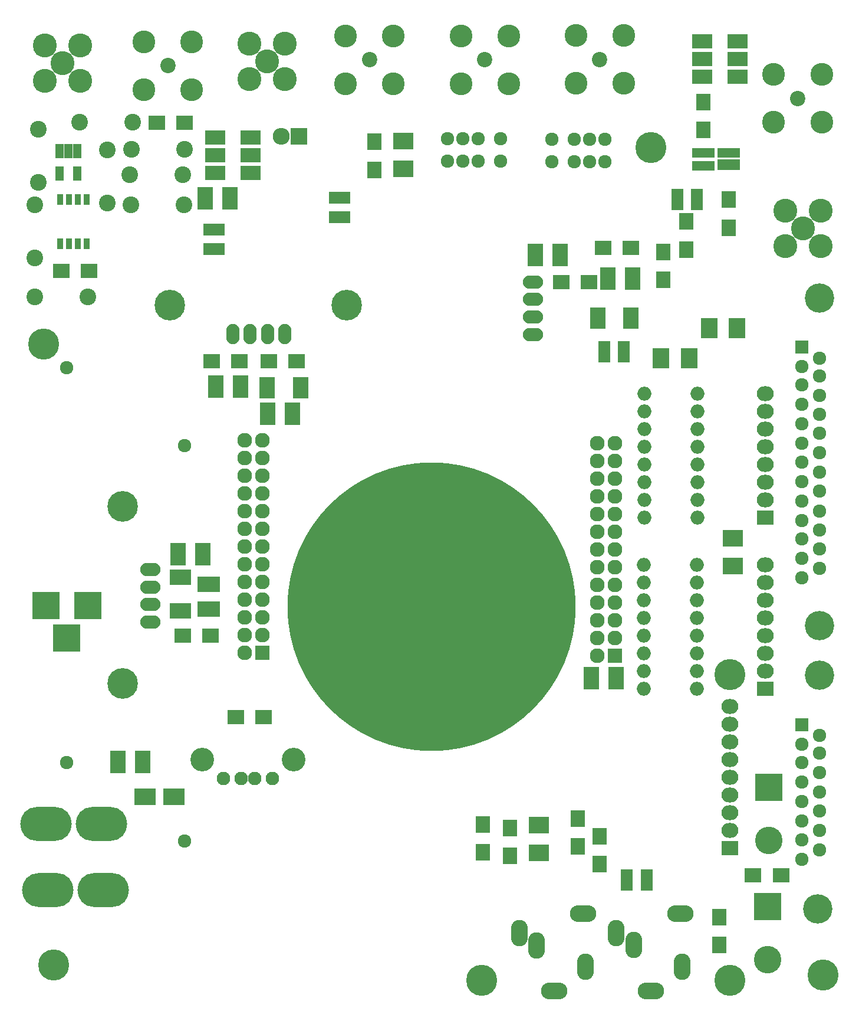
<source format=gbr>
G04 #@! TF.FileFunction,Soldermask,Top*
%FSLAX46Y46*%
G04 Gerber Fmt 4.6, Leading zero omitted, Abs format (unit mm)*
G04 Created by KiCad (PCBNEW 4.0.1-3.201512221401+6198~38~ubuntu15.10.1-stable) date Tue 04 Oct 2016 03:44:24 PM PDT*
%MOMM*%
G01*
G04 APERTURE LIST*
%ADD10C,0.100000*%
%ADD11R,2.400000X2.000000*%
%ADD12C,4.464000*%
%ADD13O,2.000000X2.000000*%
%ADD14R,2.127200X2.127200*%
%ADD15O,2.127200X2.127200*%
%ADD16R,2.900000X2.400000*%
%ADD17C,2.398980*%
%ADD18R,2.178000X3.194000*%
%ADD19O,2.899360X1.901140*%
%ADD20R,2.200860X3.100020*%
%ADD21R,2.100000X2.400000*%
%ADD22R,2.000000X2.400000*%
%ADD23C,1.924000*%
%ADD24R,2.400000X2.900000*%
%ADD25C,2.200000*%
%ADD26C,3.280000*%
%ADD27R,3.199080X1.598880*%
%ADD28R,3.199080X1.400760*%
%ADD29C,3.448000*%
%ADD30R,2.432000X2.432000*%
%ADD31O,2.432000X2.432000*%
%ADD32R,2.940000X2.050000*%
%ADD33C,4.400000*%
%ADD34O,7.400000X4.900000*%
%ADD35O,1.901140X2.899360*%
%ADD36R,3.194000X2.178000*%
%ADD37R,3.900120X3.900120*%
%ADD38R,3.051760X2.429460*%
%ADD39R,1.160000X2.050000*%
%ADD40R,0.908000X1.543000*%
%ADD41R,3.100020X2.200860*%
%ADD42C,3.940760*%
%ADD43R,3.940760X3.940760*%
%ADD44R,3.100000X1.800000*%
%ADD45R,1.800000X3.100000*%
%ADD46R,2.432000X2.127200*%
%ADD47O,2.432000X2.127200*%
%ADD48R,2.400000X2.100000*%
%ADD49C,4.210000*%
%ADD50R,1.924000X1.924000*%
%ADD51C,41.400000*%
%ADD52C,1.940000*%
%ADD53C,3.400000*%
%ADD54O,3.800000X2.400000*%
%ADD55O,2.400000X3.800000*%
G04 APERTURE END LIST*
D10*
D11*
X81185000Y-127665000D03*
X77185000Y-127665000D03*
D12*
X136815000Y-45990000D03*
X49585000Y-74180000D03*
X50980000Y-163240000D03*
X161520000Y-164635000D03*
X112460000Y-165405000D03*
X148150000Y-165405000D03*
D13*
X135745000Y-105795000D03*
X135745000Y-108335000D03*
X135745000Y-110875000D03*
X135745000Y-113415000D03*
X135745000Y-115955000D03*
X135745000Y-118495000D03*
X135745000Y-121035000D03*
X135745000Y-123575000D03*
X143365000Y-123575000D03*
X143365000Y-121035000D03*
X143365000Y-118495000D03*
X143365000Y-115955000D03*
X143365000Y-113415000D03*
X143365000Y-110875000D03*
X143365000Y-108335000D03*
X143365000Y-105795000D03*
D14*
X131612160Y-118838160D03*
D15*
X129072160Y-118838160D03*
X131612160Y-116298160D03*
X129072160Y-116298160D03*
X131612160Y-113758160D03*
X129072160Y-113758160D03*
X131612160Y-111218160D03*
X129072160Y-111218160D03*
X131612160Y-108678160D03*
X129072160Y-108678160D03*
X131612160Y-106138160D03*
X129072160Y-106138160D03*
X131612160Y-103598160D03*
X129072160Y-103598160D03*
X131612160Y-101058160D03*
X129072160Y-101058160D03*
X131612160Y-98518160D03*
X129072160Y-98518160D03*
X131612160Y-95978160D03*
X129072160Y-95978160D03*
X131612160Y-93438160D03*
X129072160Y-93438160D03*
X131612160Y-90898160D03*
X129072160Y-90898160D03*
X131612160Y-88358160D03*
X129072160Y-88358160D03*
D16*
X120655000Y-147170000D03*
X120655000Y-143170000D03*
D17*
X62150000Y-46265000D03*
X69770000Y-46265000D03*
D14*
X81017900Y-118459700D03*
D15*
X78477900Y-118459700D03*
X81017900Y-115919700D03*
X78477900Y-115919700D03*
X81017900Y-113379700D03*
X78477900Y-113379700D03*
X81017900Y-110839700D03*
X78477900Y-110839700D03*
X81017900Y-108299700D03*
X78477900Y-108299700D03*
X81017900Y-105759700D03*
X78477900Y-105759700D03*
X81017900Y-103219700D03*
X78477900Y-103219700D03*
X81017900Y-100679700D03*
X78477900Y-100679700D03*
X81017900Y-98139700D03*
X78477900Y-98139700D03*
X81017900Y-95599700D03*
X78477900Y-95599700D03*
X81017900Y-93059700D03*
X78477900Y-93059700D03*
X81017900Y-90519700D03*
X78477900Y-90519700D03*
X81017900Y-87979700D03*
X78477900Y-87979700D03*
D18*
X120205000Y-61400000D03*
X123761000Y-61400000D03*
D19*
X119855000Y-70275000D03*
X119855000Y-72775000D03*
X119855000Y-67775000D03*
X119855000Y-65275000D03*
D20*
X129129400Y-70450000D03*
X133930000Y-70450000D03*
D11*
X123880000Y-65300000D03*
X127880000Y-65300000D03*
D21*
X141855000Y-60590000D03*
X141855000Y-56590000D03*
D11*
X129930000Y-60400000D03*
X133930000Y-60400000D03*
D18*
X130599000Y-64775000D03*
X134155000Y-64775000D03*
D22*
X138535000Y-60930000D03*
X138535000Y-64930000D03*
D23*
X115200000Y-44705000D03*
X112000000Y-44705000D03*
X109800000Y-44705000D03*
X107600000Y-44705000D03*
X115200000Y-47905000D03*
X112000000Y-47905000D03*
X109800000Y-47905000D03*
X107600000Y-47905000D03*
D24*
X145155000Y-71845000D03*
X149155000Y-71845000D03*
D25*
X112920000Y-33395000D03*
D26*
X116350000Y-36825000D03*
X109490000Y-36825000D03*
X109490000Y-29965000D03*
X116350000Y-29965000D03*
D27*
X147925000Y-48424580D03*
D28*
X147925000Y-46705000D03*
X144323280Y-46705000D03*
D10*
G36*
X145922820Y-49305300D02*
X142723740Y-49305300D01*
X142723740Y-47904540D01*
X145922820Y-47904540D01*
X145922820Y-49305300D01*
X145922820Y-49305300D01*
G37*
D25*
X129450000Y-33330000D03*
D26*
X132880000Y-36760000D03*
X126020000Y-36760000D03*
X126020000Y-29900000D03*
X132880000Y-29900000D03*
D23*
X122550000Y-48005000D03*
X125750000Y-48005000D03*
X127950000Y-48005000D03*
X130150000Y-48005000D03*
X122550000Y-44805000D03*
X125750000Y-44805000D03*
X127950000Y-44805000D03*
X130150000Y-44805000D03*
D22*
X147925000Y-53455000D03*
X147925000Y-57455000D03*
D29*
X158626227Y-57543329D03*
X161166227Y-55003329D03*
X161166227Y-60083329D03*
X156086227Y-60083329D03*
X156086227Y-55003329D03*
D25*
X157861600Y-38929680D03*
D26*
X154431600Y-42359680D03*
X154431600Y-35499680D03*
X161291600Y-35499680D03*
X161291600Y-42359680D03*
D22*
X144335000Y-39425000D03*
X144335000Y-43425000D03*
D16*
X101250000Y-45055000D03*
X101250000Y-49055000D03*
D25*
X96375000Y-33365000D03*
D26*
X99805000Y-36795000D03*
X92945000Y-36795000D03*
X92945000Y-29935000D03*
X99805000Y-29935000D03*
D22*
X97100000Y-45155000D03*
X97100000Y-49155000D03*
D29*
X81685000Y-33625000D03*
X79145000Y-31085000D03*
X84225000Y-31085000D03*
X84225000Y-36165000D03*
X79145000Y-36165000D03*
D30*
X86245000Y-44330000D03*
D31*
X83705000Y-44330000D03*
D25*
X67410000Y-34230000D03*
D26*
X70840000Y-37660000D03*
X63980000Y-37660000D03*
X63980000Y-30800000D03*
X70840000Y-30800000D03*
D11*
X65840000Y-42455000D03*
X69840000Y-42455000D03*
D18*
X72795000Y-53235000D03*
X76351000Y-53235000D03*
D11*
X56075000Y-63680000D03*
X52075000Y-63680000D03*
D32*
X74205000Y-44560000D03*
X79285000Y-44560000D03*
X74205000Y-47100000D03*
X74205000Y-49640000D03*
X79285000Y-49640000D03*
X79285000Y-47100000D03*
D17*
X69720000Y-54210000D03*
X62100000Y-54210000D03*
X69575000Y-49895000D03*
X61955000Y-49895000D03*
D11*
X69545000Y-115990000D03*
X73545000Y-115990000D03*
D33*
X60880000Y-97450000D03*
X60880000Y-122850000D03*
D18*
X68904000Y-104310000D03*
X72460000Y-104310000D03*
D19*
X64925000Y-111520000D03*
X64925000Y-114020000D03*
X64925000Y-109020000D03*
X64925000Y-106520000D03*
D20*
X81684400Y-80400000D03*
X86485000Y-80400000D03*
D34*
X50205000Y-152505000D03*
X58105000Y-152505000D03*
D18*
X81759000Y-84150000D03*
X85315000Y-84150000D03*
X77870000Y-80300000D03*
X74314000Y-80300000D03*
D33*
X67675000Y-68590000D03*
X93075000Y-68590000D03*
D34*
X49945000Y-143015000D03*
X57845000Y-143015000D03*
D23*
X52870000Y-77515000D03*
X52870000Y-134215000D03*
D18*
X131766000Y-122065000D03*
X128210000Y-122065000D03*
D35*
X79240000Y-72705000D03*
X76740000Y-72705000D03*
X81740000Y-72705000D03*
X84240000Y-72705000D03*
D21*
X116560000Y-147565000D03*
X116560000Y-143565000D03*
X112625000Y-147090000D03*
X112625000Y-143090000D03*
D11*
X77670000Y-76655000D03*
X73670000Y-76655000D03*
X81925000Y-76655000D03*
X85925000Y-76655000D03*
D22*
X129380000Y-148760000D03*
X129380000Y-144760000D03*
D21*
X126270000Y-146225000D03*
X126270000Y-142225000D03*
D36*
X73265000Y-112155000D03*
X73265000Y-108599000D03*
D16*
X148550000Y-101990000D03*
X148550000Y-105990000D03*
D24*
X138255000Y-76170000D03*
X142255000Y-76170000D03*
D13*
X135825000Y-81290000D03*
X135825000Y-83830000D03*
X135825000Y-86370000D03*
X135825000Y-88910000D03*
X135825000Y-91450000D03*
X135825000Y-93990000D03*
X135825000Y-96530000D03*
X135825000Y-99070000D03*
X143445000Y-99070000D03*
X143445000Y-96530000D03*
X143445000Y-93990000D03*
X143445000Y-91450000D03*
X143445000Y-88910000D03*
X143445000Y-86370000D03*
X143445000Y-83830000D03*
X143445000Y-81290000D03*
D18*
X63781000Y-134105000D03*
X60225000Y-134105000D03*
D37*
X55910000Y-111645000D03*
X49910520Y-111645000D03*
X52910260Y-116344000D03*
D38*
X64115000Y-139085000D03*
X68285680Y-139085000D03*
D29*
X52250000Y-33835000D03*
X49710000Y-36375000D03*
X49710000Y-31295000D03*
X54790000Y-31295000D03*
X54790000Y-36375000D03*
D17*
X48780000Y-50940000D03*
X48780000Y-43320000D03*
X62390000Y-42375000D03*
X54770000Y-42375000D03*
X48340000Y-61780000D03*
X48340000Y-54160000D03*
X58685000Y-46345000D03*
X58685000Y-53965000D03*
X55910000Y-67360000D03*
X48290000Y-67360000D03*
D23*
X69815000Y-88760000D03*
X69815000Y-145460000D03*
D39*
X51880000Y-49685000D03*
X54420000Y-49685000D03*
X51880000Y-46510000D03*
X53150000Y-46510000D03*
X54420000Y-46510000D03*
D40*
X55780000Y-59770000D03*
X54510000Y-59770000D03*
X53240000Y-59770000D03*
X51970000Y-59770000D03*
X51970000Y-53420000D03*
X53240000Y-53420000D03*
X54510000Y-53420000D03*
X55780000Y-53420000D03*
D41*
X69235000Y-112450000D03*
X69235000Y-107649400D03*
D42*
X153685000Y-145375000D03*
D43*
X153685000Y-137755000D03*
D42*
X153555000Y-162445000D03*
D43*
X153555000Y-154825000D03*
D44*
X92060000Y-53198760D03*
X92060000Y-55998760D03*
D45*
X140623760Y-53455000D03*
X143423760Y-53455000D03*
D44*
X74070000Y-57773760D03*
X74070000Y-60573760D03*
D45*
X130055000Y-75290000D03*
X132855000Y-75290000D03*
X133343760Y-151055000D03*
X136143760Y-151055000D03*
D46*
X148150000Y-146435000D03*
D47*
X148150000Y-143895000D03*
X148150000Y-141355000D03*
X148150000Y-138815000D03*
X148150000Y-136275000D03*
X148150000Y-133735000D03*
X148150000Y-131195000D03*
X148150000Y-128655000D03*
X148150000Y-126115000D03*
D48*
X155455000Y-150385000D03*
X151455000Y-150385000D03*
D21*
X146580000Y-160400000D03*
X146580000Y-156400000D03*
D46*
X153215000Y-123580000D03*
D47*
X153215000Y-121040000D03*
X153215000Y-118500000D03*
X153215000Y-115960000D03*
X153215000Y-113420000D03*
X153215000Y-110880000D03*
X153215000Y-108340000D03*
X153215000Y-105800000D03*
D46*
X153215000Y-99035000D03*
D47*
X153215000Y-96495000D03*
X153215000Y-93955000D03*
X153215000Y-91415000D03*
X153215000Y-88875000D03*
X153215000Y-86335000D03*
X153215000Y-83795000D03*
X153215000Y-81255000D03*
D32*
X149200000Y-35785000D03*
X144120000Y-35785000D03*
X149200000Y-33245000D03*
X149200000Y-30705000D03*
X144120000Y-30705000D03*
X144120000Y-33245000D03*
D49*
X160741000Y-155183000D03*
X160995000Y-121655000D03*
D50*
X158455000Y-128767000D03*
D23*
X158455000Y-131561000D03*
X158455000Y-134228000D03*
X158455000Y-137022000D03*
X158455000Y-139816000D03*
X158455000Y-142610000D03*
X158455000Y-145277000D03*
X158455000Y-148071000D03*
X160995000Y-130341800D03*
X160995000Y-132881800D03*
X160995000Y-135675800D03*
X160995000Y-138419000D03*
X160995000Y-141162200D03*
X160995000Y-143956200D03*
X160995000Y-146699400D03*
D49*
X160965000Y-114595000D03*
X160965000Y-67605000D03*
D50*
X158425000Y-74590000D03*
D23*
X158425000Y-77384000D03*
X158425000Y-80051000D03*
X158425000Y-82845000D03*
X158425000Y-85639000D03*
X158425000Y-88433000D03*
X158425000Y-91100000D03*
X158425000Y-93894000D03*
X158425000Y-96688000D03*
X158425000Y-99482000D03*
X158425000Y-102149000D03*
X158425000Y-104943000D03*
X158425000Y-107737000D03*
X160965000Y-76164800D03*
X160965000Y-78704800D03*
X160965000Y-81498800D03*
X160965000Y-84242000D03*
X160965000Y-86985200D03*
X160965000Y-89779200D03*
X160965000Y-92522400D03*
X160965000Y-95265600D03*
X160965000Y-98110400D03*
X160965000Y-100802800D03*
X160965000Y-103546000D03*
X160965000Y-106340000D03*
D51*
X105250000Y-111805000D03*
D12*
X148150000Y-121615000D03*
D52*
X79925000Y-136475000D03*
X77925000Y-136475000D03*
X82425000Y-136475000D03*
X75425000Y-136475000D03*
D53*
X85495000Y-133765000D03*
X72355000Y-133765000D03*
D54*
X122880000Y-167005000D03*
D55*
X120380000Y-160405000D03*
X117880000Y-158705000D03*
X127380000Y-163505000D03*
D54*
X127080000Y-155905000D03*
X136790000Y-166975000D03*
D55*
X134290000Y-160375000D03*
X131790000Y-158675000D03*
X141290000Y-163475000D03*
D54*
X140990000Y-155875000D03*
M02*

</source>
